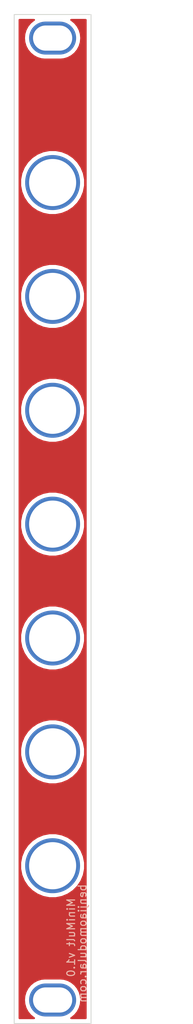
<source format=kicad_pcb>
(kicad_pcb (version 20171130) (host pcbnew 5.1.9+dfsg1-1~bpo10+1)

  (general
    (thickness 1.6)
    (drawings 13)
    (tracks 0)
    (zones 0)
    (modules 8)
    (nets 1)
  )

  (page A4)
  (title_block
    (title MiniMult)
    (company benjiaomodular)
  )

  (layers
    (0 F.Cu signal)
    (31 B.Cu signal)
    (32 B.Adhes user)
    (33 F.Adhes user)
    (34 B.Paste user)
    (35 F.Paste user)
    (36 B.SilkS user)
    (37 F.SilkS user)
    (38 B.Mask user)
    (39 F.Mask user)
    (40 Dwgs.User user)
    (41 Cmts.User user)
    (42 Eco1.User user)
    (43 Eco2.User user)
    (44 Edge.Cuts user)
    (45 Margin user)
    (46 B.CrtYd user)
    (47 F.CrtYd user)
    (48 B.Fab user)
    (49 F.Fab user)
  )

  (setup
    (last_trace_width 0.25)
    (user_trace_width 0.75)
    (trace_clearance 0.2)
    (zone_clearance 0.508)
    (zone_45_only no)
    (trace_min 0.2)
    (via_size 0.8)
    (via_drill 0.4)
    (via_min_size 0.4)
    (via_min_drill 0.3)
    (uvia_size 0.3)
    (uvia_drill 0.1)
    (uvias_allowed no)
    (uvia_min_size 0.2)
    (uvia_min_drill 0.1)
    (edge_width 0.05)
    (segment_width 0.2)
    (pcb_text_width 0.3)
    (pcb_text_size 1.5 1.5)
    (mod_edge_width 0.12)
    (mod_text_size 1 1)
    (mod_text_width 0.15)
    (pad_size 1.524 1.524)
    (pad_drill 0.762)
    (pad_to_mask_clearance 0)
    (aux_axis_origin 0 0)
    (visible_elements FFFFFF7F)
    (pcbplotparams
      (layerselection 0x010fc_ffffffff)
      (usegerberextensions false)
      (usegerberattributes true)
      (usegerberadvancedattributes true)
      (creategerberjobfile true)
      (excludeedgelayer true)
      (linewidth 0.100000)
      (plotframeref false)
      (viasonmask false)
      (mode 1)
      (useauxorigin false)
      (hpglpennumber 1)
      (hpglpenspeed 20)
      (hpglpendiameter 15.000000)
      (psnegative false)
      (psa4output false)
      (plotreference true)
      (plotvalue true)
      (plotinvisibletext false)
      (padsonsilk false)
      (subtractmaskfromsilk false)
      (outputformat 1)
      (mirror false)
      (drillshape 0)
      (scaleselection 1)
      (outputdirectory "MiniMult 1.1 - Front/"))
  )

  (net 0 "")

  (net_class Default "This is the default net class."
    (clearance 0.2)
    (trace_width 0.25)
    (via_dia 0.8)
    (via_drill 0.4)
    (uvia_dia 0.3)
    (uvia_drill 0.1)
  )

  (module benjiaomodular:PanelHole_AudioJack_3.5mm (layer F.Cu) (tedit 61D861E6) (tstamp 61D9B2B1)
    (at 124.9 122.9)
    (fp_text reference REF** (at 0 0.5) (layer F.Fab)
      (effects (font (size 1 1) (thickness 0.15)))
    )
    (fp_text value PanelHole_AudioJack_3.5mm (at 0.1 13.9 180) (layer F.Fab) hide
      (effects (font (size 1 1) (thickness 0.15)))
    )
    (fp_circle (center 0 6.5) (end 4 6.5) (layer F.Fab) (width 0.12))
    (fp_line (start 5 12.98) (end 5 -1.42) (layer F.CrtYd) (width 0.05))
    (fp_line (start 4.5 12.48) (end 4.5 2.08) (layer F.Fab) (width 0.1))
    (fp_line (start -5 12.98) (end -5 -1.42) (layer F.CrtYd) (width 0.05))
    (fp_line (start 4.5 2.03) (end -4.5 2.03) (layer F.Fab) (width 0.1))
    (fp_line (start 5 -1.42) (end -5 -1.42) (layer F.CrtYd) (width 0.05))
    (fp_line (start 0 0) (end 0 2.03) (layer F.Fab) (width 0.1))
    (fp_line (start 5 12.98) (end -5 12.98) (layer F.CrtYd) (width 0.05))
    (fp_line (start 4.5 12.48) (end -4.5 12.48) (layer F.Fab) (width 0.1))
    (fp_line (start -4.5 12.48) (end -4.5 2.08) (layer F.Fab) (width 0.1))
    (pad "" thru_hole circle (at 0 6.5 180) (size 7 7) (drill 6) (layers *.Cu *.Mask))
  )

  (module benjiaomodular:PanelHole_AudioJack_3.5mm (layer F.Cu) (tedit 61D861E6) (tstamp 61D9B2B1)
    (at 124.9 137.4)
    (fp_text reference REF** (at 0 0.5) (layer F.Fab)
      (effects (font (size 1 1) (thickness 0.15)))
    )
    (fp_text value PanelHole_AudioJack_3.5mm (at 0.1 13.9 180) (layer F.Fab) hide
      (effects (font (size 1 1) (thickness 0.15)))
    )
    (fp_circle (center 0 6.5) (end 4 6.5) (layer F.Fab) (width 0.12))
    (fp_line (start 5 12.98) (end 5 -1.42) (layer F.CrtYd) (width 0.05))
    (fp_line (start 4.5 12.48) (end 4.5 2.08) (layer F.Fab) (width 0.1))
    (fp_line (start -5 12.98) (end -5 -1.42) (layer F.CrtYd) (width 0.05))
    (fp_line (start 4.5 2.03) (end -4.5 2.03) (layer F.Fab) (width 0.1))
    (fp_line (start 5 -1.42) (end -5 -1.42) (layer F.CrtYd) (width 0.05))
    (fp_line (start 0 0) (end 0 2.03) (layer F.Fab) (width 0.1))
    (fp_line (start 5 12.98) (end -5 12.98) (layer F.CrtYd) (width 0.05))
    (fp_line (start 4.5 12.48) (end -4.5 12.48) (layer F.Fab) (width 0.1))
    (fp_line (start -4.5 12.48) (end -4.5 2.08) (layer F.Fab) (width 0.1))
    (pad "" thru_hole circle (at 0 6.5 180) (size 7 7) (drill 6) (layers *.Cu *.Mask))
  )

  (module benjiaomodular:PanelHole_AudioJack_3.5mm (layer F.Cu) (tedit 61D861E6) (tstamp 61D9B2B1)
    (at 124.9 151.9)
    (fp_text reference REF** (at 0 0.5) (layer F.Fab)
      (effects (font (size 1 1) (thickness 0.15)))
    )
    (fp_text value PanelHole_AudioJack_3.5mm (at 0.1 13.9 180) (layer F.Fab) hide
      (effects (font (size 1 1) (thickness 0.15)))
    )
    (fp_circle (center 0 6.5) (end 4 6.5) (layer F.Fab) (width 0.12))
    (fp_line (start 5 12.98) (end 5 -1.42) (layer F.CrtYd) (width 0.05))
    (fp_line (start 4.5 12.48) (end 4.5 2.08) (layer F.Fab) (width 0.1))
    (fp_line (start -5 12.98) (end -5 -1.42) (layer F.CrtYd) (width 0.05))
    (fp_line (start 4.5 2.03) (end -4.5 2.03) (layer F.Fab) (width 0.1))
    (fp_line (start 5 -1.42) (end -5 -1.42) (layer F.CrtYd) (width 0.05))
    (fp_line (start 0 0) (end 0 2.03) (layer F.Fab) (width 0.1))
    (fp_line (start 5 12.98) (end -5 12.98) (layer F.CrtYd) (width 0.05))
    (fp_line (start 4.5 12.48) (end -4.5 12.48) (layer F.Fab) (width 0.1))
    (fp_line (start -4.5 12.48) (end -4.5 2.08) (layer F.Fab) (width 0.1))
    (pad "" thru_hole circle (at 0 6.5 180) (size 7 7) (drill 6) (layers *.Cu *.Mask))
  )

  (module benjiaomodular:PanelHole_AudioJack_3.5mm (layer F.Cu) (tedit 61D861E6) (tstamp 61D9B2B1)
    (at 124.9 108.4)
    (fp_text reference REF** (at 0 0.5) (layer F.Fab)
      (effects (font (size 1 1) (thickness 0.15)))
    )
    (fp_text value PanelHole_AudioJack_3.5mm (at 0.1 13.9 180) (layer F.Fab) hide
      (effects (font (size 1 1) (thickness 0.15)))
    )
    (fp_circle (center 0 6.5) (end 4 6.5) (layer F.Fab) (width 0.12))
    (fp_line (start 5 12.98) (end 5 -1.42) (layer F.CrtYd) (width 0.05))
    (fp_line (start 4.5 12.48) (end 4.5 2.08) (layer F.Fab) (width 0.1))
    (fp_line (start -5 12.98) (end -5 -1.42) (layer F.CrtYd) (width 0.05))
    (fp_line (start 4.5 2.03) (end -4.5 2.03) (layer F.Fab) (width 0.1))
    (fp_line (start 5 -1.42) (end -5 -1.42) (layer F.CrtYd) (width 0.05))
    (fp_line (start 0 0) (end 0 2.03) (layer F.Fab) (width 0.1))
    (fp_line (start 5 12.98) (end -5 12.98) (layer F.CrtYd) (width 0.05))
    (fp_line (start 4.5 12.48) (end -4.5 12.48) (layer F.Fab) (width 0.1))
    (fp_line (start -4.5 12.48) (end -4.5 2.08) (layer F.Fab) (width 0.1))
    (pad "" thru_hole circle (at 0 6.5 180) (size 7 7) (drill 6) (layers *.Cu *.Mask))
  )

  (module benjiaomodular:PanelHole_AudioJack_3.5mm (layer F.Cu) (tedit 61D861E6) (tstamp 61D9B2B1)
    (at 124.9 93.9)
    (fp_text reference REF** (at 0 0.5) (layer F.Fab)
      (effects (font (size 1 1) (thickness 0.15)))
    )
    (fp_text value PanelHole_AudioJack_3.5mm (at 0.1 13.9 180) (layer F.Fab) hide
      (effects (font (size 1 1) (thickness 0.15)))
    )
    (fp_circle (center 0 6.5) (end 4 6.5) (layer F.Fab) (width 0.12))
    (fp_line (start 5 12.98) (end 5 -1.42) (layer F.CrtYd) (width 0.05))
    (fp_line (start 4.5 12.48) (end 4.5 2.08) (layer F.Fab) (width 0.1))
    (fp_line (start -5 12.98) (end -5 -1.42) (layer F.CrtYd) (width 0.05))
    (fp_line (start 4.5 2.03) (end -4.5 2.03) (layer F.Fab) (width 0.1))
    (fp_line (start 5 -1.42) (end -5 -1.42) (layer F.CrtYd) (width 0.05))
    (fp_line (start 0 0) (end 0 2.03) (layer F.Fab) (width 0.1))
    (fp_line (start 5 12.98) (end -5 12.98) (layer F.CrtYd) (width 0.05))
    (fp_line (start 4.5 12.48) (end -4.5 12.48) (layer F.Fab) (width 0.1))
    (fp_line (start -4.5 12.48) (end -4.5 2.08) (layer F.Fab) (width 0.1))
    (pad "" thru_hole circle (at 0 6.5 180) (size 7 7) (drill 6) (layers *.Cu *.Mask))
  )

  (module benjiaomodular:PanelHole_AudioJack_3.5mm (layer F.Cu) (tedit 61D861E6) (tstamp 61D9B2B1)
    (at 124.9 79.4)
    (fp_text reference REF** (at 0 0.5) (layer F.Fab)
      (effects (font (size 1 1) (thickness 0.15)))
    )
    (fp_text value PanelHole_AudioJack_3.5mm (at 0.1 13.9 180) (layer F.Fab) hide
      (effects (font (size 1 1) (thickness 0.15)))
    )
    (fp_circle (center 0 6.5) (end 4 6.5) (layer F.Fab) (width 0.12))
    (fp_line (start 5 12.98) (end 5 -1.42) (layer F.CrtYd) (width 0.05))
    (fp_line (start 4.5 12.48) (end 4.5 2.08) (layer F.Fab) (width 0.1))
    (fp_line (start -5 12.98) (end -5 -1.42) (layer F.CrtYd) (width 0.05))
    (fp_line (start 4.5 2.03) (end -4.5 2.03) (layer F.Fab) (width 0.1))
    (fp_line (start 5 -1.42) (end -5 -1.42) (layer F.CrtYd) (width 0.05))
    (fp_line (start 0 0) (end 0 2.03) (layer F.Fab) (width 0.1))
    (fp_line (start 5 12.98) (end -5 12.98) (layer F.CrtYd) (width 0.05))
    (fp_line (start 4.5 12.48) (end -4.5 12.48) (layer F.Fab) (width 0.1))
    (fp_line (start -4.5 12.48) (end -4.5 2.08) (layer F.Fab) (width 0.1))
    (pad "" thru_hole circle (at 0 6.5 180) (size 7 7) (drill 6) (layers *.Cu *.Mask))
  )

  (module benjiaomodular:PanelHole_AudioJack_3.5mm (layer F.Cu) (tedit 61D861E6) (tstamp 61D9B0AA)
    (at 124.9 64.9)
    (fp_text reference REF** (at 0 0.5) (layer F.Fab)
      (effects (font (size 1 1) (thickness 0.15)))
    )
    (fp_text value PanelHole_AudioJack_3.5mm (at 0.1 13.9 180) (layer F.Fab) hide
      (effects (font (size 1 1) (thickness 0.15)))
    )
    (fp_circle (center 0 6.5) (end 4 6.5) (layer F.Fab) (width 0.12))
    (fp_line (start 5 12.98) (end 5 -1.42) (layer F.CrtYd) (width 0.05))
    (fp_line (start 4.5 12.48) (end 4.5 2.08) (layer F.Fab) (width 0.1))
    (fp_line (start -5 12.98) (end -5 -1.42) (layer F.CrtYd) (width 0.05))
    (fp_line (start 4.5 2.03) (end -4.5 2.03) (layer F.Fab) (width 0.1))
    (fp_line (start 5 -1.42) (end -5 -1.42) (layer F.CrtYd) (width 0.05))
    (fp_line (start 0 0) (end 0 2.03) (layer F.Fab) (width 0.1))
    (fp_line (start 5 12.98) (end -5 12.98) (layer F.CrtYd) (width 0.05))
    (fp_line (start 4.5 12.48) (end -4.5 12.48) (layer F.Fab) (width 0.1))
    (fp_line (start -4.5 12.48) (end -4.5 2.08) (layer F.Fab) (width 0.1))
    (pad "" thru_hole circle (at 0 6.5 180) (size 7 7) (drill 6) (layers *.Cu *.Mask))
  )

  (module benjiaomodular:Panel_2HP (layer F.Cu) (tedit 61D94B16) (tstamp 61D9AE42)
    (at 120 50)
    (fp_text reference REF** (at 5.1 6.1) (layer F.SilkS) hide
      (effects (font (size 1 1) (thickness 0.15)))
    )
    (fp_text value Panel_2HP (at 4.75 -1) (layer F.Fab)
      (effects (font (size 1 1) (thickness 0.15)))
    )
    (fp_line (start 0 13) (end 9.8 13) (layer Dwgs.User) (width 0.12))
    (fp_line (start 0 115.5) (end 9.8 115.5) (layer Dwgs.User) (width 0.12))
    (fp_line (start 0 128.5) (end 0 0) (layer Dwgs.User) (width 0.12))
    (fp_line (start 9.8 128.5) (end 0 128.5) (layer Dwgs.User) (width 0.12))
    (fp_line (start 0 125.5) (end 9.8 125.5) (layer Dwgs.User) (width 0.12))
    (fp_line (start 0 3) (end 9.8 3) (layer Dwgs.User) (width 0.12))
    (fp_line (start 9.8 0) (end 9.8 128.5) (layer Dwgs.User) (width 0.12))
    (fp_line (start 0 0) (end 9.8 0) (layer Dwgs.User) (width 0.12))
    (fp_text user "Clearance for 2020 Aluminum Extrusion" (at 10.5 116.5) (layer Dwgs.User)
      (effects (font (size 0.8 0.8) (thickness 0.12)))
    )
    (fp_text user REF** (at 5.1 6.1) (layer F.SilkS) hide
      (effects (font (size 1 1) (thickness 0.15)))
    )
    (fp_text user REF** (at 5.1 6.1) (layer F.Fab) hide
      (effects (font (size 1 1) (thickness 0.15)))
    )
    (pad 1 thru_hole oval (at 4.9 3) (size 6 4.2) (drill oval 5 3.2) (layers *.Cu *.Mask))
    (pad 1 thru_hole oval (at 4.9 125.5) (size 6 4.2) (drill oval 5 3.2) (layers *.Cu *.Mask))
  )

  (dimension 8.5 (width 0.15) (layer Dwgs.User)
    (gr_text "8.500 mm" (at 136.8 54.25 270) (layer Dwgs.User)
      (effects (font (size 1 1) (thickness 0.15)))
    )
    (feature1 (pts (xy 125 58.5) (xy 136.086421 58.5)))
    (feature2 (pts (xy 125 50) (xy 136.086421 50)))
    (crossbar (pts (xy 135.5 50) (xy 135.5 58.5)))
    (arrow1a (pts (xy 135.5 58.5) (xy 134.913579 57.373496)))
    (arrow1b (pts (xy 135.5 58.5) (xy 136.086421 57.373496)))
    (arrow2a (pts (xy 135.5 50) (xy 134.913579 51.126504)))
    (arrow2b (pts (xy 135.5 50) (xy 136.086421 51.126504)))
  )
  (gr_text benjiaomodular.com (at 128.7 168.3 90) (layer B.SilkS)
    (effects (font (size 1 1) (thickness 0.15)) (justify mirror))
  )
  (gr_text "MiniMult v1.0" (at 127.25 167.55 90) (layer B.SilkS)
    (effects (font (size 1 1) (thickness 0.15)) (justify mirror))
  )
  (gr_line (start 124.9 148) (end 124.9 154.25) (layer F.Mask) (width 0.35) (tstamp 61D9C0C4))
  (gr_line (start 124.9 133.5) (end 124.9 139.75) (layer F.Mask) (width 0.35) (tstamp 61D9C0C4))
  (gr_line (start 124.9 119) (end 124.9 125.25) (layer F.Mask) (width 0.4) (tstamp 61D9C0C4))
  (gr_line (start 124.9 90) (end 124.9 96.25) (layer F.Mask) (width 0.4) (tstamp 61D9C0C4))
  (gr_line (start 124.9 75.5) (end 124.9 81.75) (layer F.Mask) (width 0.4))
  (gr_text X (at 125 58.5) (layer F.Mask)
    (effects (font (size 2 2) (thickness 0.3)))
  )
  (gr_line (start 129.8 50) (end 129.8 178.5) (layer Edge.Cuts) (width 0.1))
  (gr_line (start 120 50) (end 129.8 50) (layer Edge.Cuts) (width 0.1))
  (gr_line (start 120 178.5) (end 120 50) (layer Edge.Cuts) (width 0.1))
  (gr_line (start 129.8 178.5) (end 120 178.5) (layer Edge.Cuts) (width 0.1))

  (zone (net 0) (net_name "") (layer F.Cu) (tstamp 620BF4FD) (hatch edge 0.508)
    (connect_pads (clearance 0.508))
    (min_thickness 0.254)
    (fill yes (arc_segments 32) (thermal_gap 0.508) (thermal_bridge_width 0.508))
    (polygon
      (pts
        (xy 129.5 178.2) (xy 120.3 178.2) (xy 120.3 50.3) (xy 129.5 50.3)
      )
    )
    (filled_polygon
      (pts
        (xy 122.473164 50.714928) (xy 122.056706 51.056706) (xy 121.714928 51.473164) (xy 121.460964 51.948297) (xy 121.304574 52.463846)
        (xy 121.251767 53) (xy 121.304574 53.536154) (xy 121.460964 54.051703) (xy 121.714928 54.526836) (xy 122.056706 54.943294)
        (xy 122.473164 55.285072) (xy 122.948297 55.539036) (xy 123.463846 55.695426) (xy 123.865644 55.735) (xy 125.934356 55.735)
        (xy 126.336154 55.695426) (xy 126.851703 55.539036) (xy 127.326836 55.285072) (xy 127.743294 54.943294) (xy 128.085072 54.526836)
        (xy 128.339036 54.051703) (xy 128.495426 53.536154) (xy 128.548233 53) (xy 128.495426 52.463846) (xy 128.339036 51.948297)
        (xy 128.085072 51.473164) (xy 127.743294 51.056706) (xy 127.326836 50.714928) (xy 127.270845 50.685) (xy 129.115 50.685)
        (xy 129.115001 177.815) (xy 127.270845 177.815) (xy 127.326836 177.785072) (xy 127.743294 177.443294) (xy 128.085072 177.026836)
        (xy 128.339036 176.551703) (xy 128.495426 176.036154) (xy 128.548233 175.5) (xy 128.495426 174.963846) (xy 128.339036 174.448297)
        (xy 128.085072 173.973164) (xy 127.743294 173.556706) (xy 127.326836 173.214928) (xy 126.851703 172.960964) (xy 126.336154 172.804574)
        (xy 125.934356 172.765) (xy 123.865644 172.765) (xy 123.463846 172.804574) (xy 122.948297 172.960964) (xy 122.473164 173.214928)
        (xy 122.056706 173.556706) (xy 121.714928 173.973164) (xy 121.460964 174.448297) (xy 121.304574 174.963846) (xy 121.251767 175.5)
        (xy 121.304574 176.036154) (xy 121.460964 176.551703) (xy 121.714928 177.026836) (xy 122.056706 177.443294) (xy 122.473164 177.785072)
        (xy 122.529155 177.815) (xy 120.685 177.815) (xy 120.685 157.992738) (xy 120.765 157.992738) (xy 120.765 158.807262)
        (xy 120.923906 159.606135) (xy 121.235611 160.358657) (xy 121.688136 161.035909) (xy 122.264091 161.611864) (xy 122.941343 162.064389)
        (xy 123.693865 162.376094) (xy 124.492738 162.535) (xy 125.307262 162.535) (xy 126.106135 162.376094) (xy 126.858657 162.064389)
        (xy 127.535909 161.611864) (xy 128.111864 161.035909) (xy 128.564389 160.358657) (xy 128.876094 159.606135) (xy 129.035 158.807262)
        (xy 129.035 157.992738) (xy 128.876094 157.193865) (xy 128.564389 156.441343) (xy 128.111864 155.764091) (xy 127.535909 155.188136)
        (xy 126.858657 154.735611) (xy 126.106135 154.423906) (xy 125.307262 154.265) (xy 124.492738 154.265) (xy 123.693865 154.423906)
        (xy 122.941343 154.735611) (xy 122.264091 155.188136) (xy 121.688136 155.764091) (xy 121.235611 156.441343) (xy 120.923906 157.193865)
        (xy 120.765 157.992738) (xy 120.685 157.992738) (xy 120.685 143.492738) (xy 120.765 143.492738) (xy 120.765 144.307262)
        (xy 120.923906 145.106135) (xy 121.235611 145.858657) (xy 121.688136 146.535909) (xy 122.264091 147.111864) (xy 122.941343 147.564389)
        (xy 123.693865 147.876094) (xy 124.492738 148.035) (xy 125.307262 148.035) (xy 126.106135 147.876094) (xy 126.858657 147.564389)
        (xy 127.535909 147.111864) (xy 128.111864 146.535909) (xy 128.564389 145.858657) (xy 128.876094 145.106135) (xy 129.035 144.307262)
        (xy 129.035 143.492738) (xy 128.876094 142.693865) (xy 128.564389 141.941343) (xy 128.111864 141.264091) (xy 127.535909 140.688136)
        (xy 126.858657 140.235611) (xy 126.106135 139.923906) (xy 125.307262 139.765) (xy 124.492738 139.765) (xy 123.693865 139.923906)
        (xy 122.941343 140.235611) (xy 122.264091 140.688136) (xy 121.688136 141.264091) (xy 121.235611 141.941343) (xy 120.923906 142.693865)
        (xy 120.765 143.492738) (xy 120.685 143.492738) (xy 120.685 128.992738) (xy 120.765 128.992738) (xy 120.765 129.807262)
        (xy 120.923906 130.606135) (xy 121.235611 131.358657) (xy 121.688136 132.035909) (xy 122.264091 132.611864) (xy 122.941343 133.064389)
        (xy 123.693865 133.376094) (xy 124.492738 133.535) (xy 125.307262 133.535) (xy 126.106135 133.376094) (xy 126.858657 133.064389)
        (xy 127.535909 132.611864) (xy 128.111864 132.035909) (xy 128.564389 131.358657) (xy 128.876094 130.606135) (xy 129.035 129.807262)
        (xy 129.035 128.992738) (xy 128.876094 128.193865) (xy 128.564389 127.441343) (xy 128.111864 126.764091) (xy 127.535909 126.188136)
        (xy 126.858657 125.735611) (xy 126.106135 125.423906) (xy 125.307262 125.265) (xy 124.492738 125.265) (xy 123.693865 125.423906)
        (xy 122.941343 125.735611) (xy 122.264091 126.188136) (xy 121.688136 126.764091) (xy 121.235611 127.441343) (xy 120.923906 128.193865)
        (xy 120.765 128.992738) (xy 120.685 128.992738) (xy 120.685 114.492738) (xy 120.765 114.492738) (xy 120.765 115.307262)
        (xy 120.923906 116.106135) (xy 121.235611 116.858657) (xy 121.688136 117.535909) (xy 122.264091 118.111864) (xy 122.941343 118.564389)
        (xy 123.693865 118.876094) (xy 124.492738 119.035) (xy 125.307262 119.035) (xy 126.106135 118.876094) (xy 126.858657 118.564389)
        (xy 127.535909 118.111864) (xy 128.111864 117.535909) (xy 128.564389 116.858657) (xy 128.876094 116.106135) (xy 129.035 115.307262)
        (xy 129.035 114.492738) (xy 128.876094 113.693865) (xy 128.564389 112.941343) (xy 128.111864 112.264091) (xy 127.535909 111.688136)
        (xy 126.858657 111.235611) (xy 126.106135 110.923906) (xy 125.307262 110.765) (xy 124.492738 110.765) (xy 123.693865 110.923906)
        (xy 122.941343 111.235611) (xy 122.264091 111.688136) (xy 121.688136 112.264091) (xy 121.235611 112.941343) (xy 120.923906 113.693865)
        (xy 120.765 114.492738) (xy 120.685 114.492738) (xy 120.685 99.992738) (xy 120.765 99.992738) (xy 120.765 100.807262)
        (xy 120.923906 101.606135) (xy 121.235611 102.358657) (xy 121.688136 103.035909) (xy 122.264091 103.611864) (xy 122.941343 104.064389)
        (xy 123.693865 104.376094) (xy 124.492738 104.535) (xy 125.307262 104.535) (xy 126.106135 104.376094) (xy 126.858657 104.064389)
        (xy 127.535909 103.611864) (xy 128.111864 103.035909) (xy 128.564389 102.358657) (xy 128.876094 101.606135) (xy 129.035 100.807262)
        (xy 129.035 99.992738) (xy 128.876094 99.193865) (xy 128.564389 98.441343) (xy 128.111864 97.764091) (xy 127.535909 97.188136)
        (xy 126.858657 96.735611) (xy 126.106135 96.423906) (xy 125.307262 96.265) (xy 124.492738 96.265) (xy 123.693865 96.423906)
        (xy 122.941343 96.735611) (xy 122.264091 97.188136) (xy 121.688136 97.764091) (xy 121.235611 98.441343) (xy 120.923906 99.193865)
        (xy 120.765 99.992738) (xy 120.685 99.992738) (xy 120.685 85.492738) (xy 120.765 85.492738) (xy 120.765 86.307262)
        (xy 120.923906 87.106135) (xy 121.235611 87.858657) (xy 121.688136 88.535909) (xy 122.264091 89.111864) (xy 122.941343 89.564389)
        (xy 123.693865 89.876094) (xy 124.492738 90.035) (xy 125.307262 90.035) (xy 126.106135 89.876094) (xy 126.858657 89.564389)
        (xy 127.535909 89.111864) (xy 128.111864 88.535909) (xy 128.564389 87.858657) (xy 128.876094 87.106135) (xy 129.035 86.307262)
        (xy 129.035 85.492738) (xy 128.876094 84.693865) (xy 128.564389 83.941343) (xy 128.111864 83.264091) (xy 127.535909 82.688136)
        (xy 126.858657 82.235611) (xy 126.106135 81.923906) (xy 125.307262 81.765) (xy 124.492738 81.765) (xy 123.693865 81.923906)
        (xy 122.941343 82.235611) (xy 122.264091 82.688136) (xy 121.688136 83.264091) (xy 121.235611 83.941343) (xy 120.923906 84.693865)
        (xy 120.765 85.492738) (xy 120.685 85.492738) (xy 120.685 70.992738) (xy 120.765 70.992738) (xy 120.765 71.807262)
        (xy 120.923906 72.606135) (xy 121.235611 73.358657) (xy 121.688136 74.035909) (xy 122.264091 74.611864) (xy 122.941343 75.064389)
        (xy 123.693865 75.376094) (xy 124.492738 75.535) (xy 125.307262 75.535) (xy 126.106135 75.376094) (xy 126.858657 75.064389)
        (xy 127.535909 74.611864) (xy 128.111864 74.035909) (xy 128.564389 73.358657) (xy 128.876094 72.606135) (xy 129.035 71.807262)
        (xy 129.035 70.992738) (xy 128.876094 70.193865) (xy 128.564389 69.441343) (xy 128.111864 68.764091) (xy 127.535909 68.188136)
        (xy 126.858657 67.735611) (xy 126.106135 67.423906) (xy 125.307262 67.265) (xy 124.492738 67.265) (xy 123.693865 67.423906)
        (xy 122.941343 67.735611) (xy 122.264091 68.188136) (xy 121.688136 68.764091) (xy 121.235611 69.441343) (xy 120.923906 70.193865)
        (xy 120.765 70.992738) (xy 120.685 70.992738) (xy 120.685 50.685) (xy 122.529155 50.685)
      )
    )
  )
)

</source>
